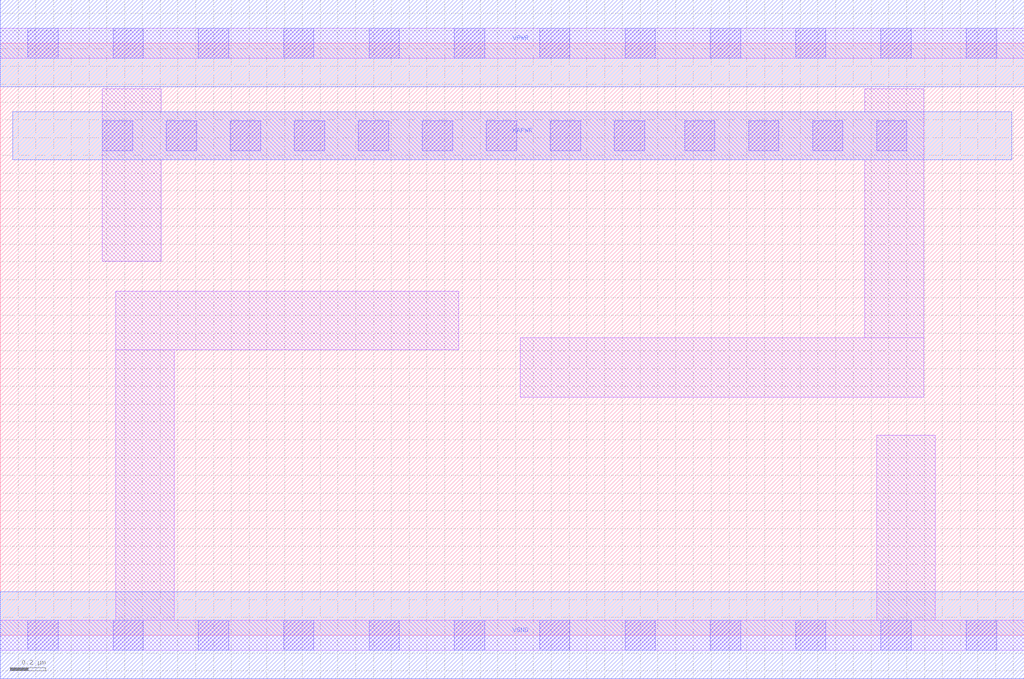
<source format=lef>
# Copyright 2020 The SkyWater PDK Authors
#
# Licensed under the Apache License, Version 2.0 (the "License");
# you may not use this file except in compliance with the License.
# You may obtain a copy of the License at
#
#     https://www.apache.org/licenses/LICENSE-2.0
#
# Unless required by applicable law or agreed to in writing, software
# distributed under the License is distributed on an "AS IS" BASIS,
# WITHOUT WARRANTIES OR CONDITIONS OF ANY KIND, either express or implied.
# See the License for the specific language governing permissions and
# limitations under the License.
#
# SPDX-License-Identifier: Apache-2.0

VERSION 5.5 ;
NAMESCASESENSITIVE ON ;
BUSBITCHARS "[]" ;
DIVIDERCHAR "/" ;
MACRO sky130_fd_sc_lp__decapkapwr_12
  CLASS CORE SPACER ;
  SOURCE USER ;
  ORIGIN  0.000000  0.000000 ;
  SIZE  5.760000 BY  3.330000 ;
  SYMMETRY X Y R90 ;
  SITE unit ;
  PIN KAPWR
    DIRECTION INOUT ;
    USE POWER ;
    PORT
      LAYER met1 ;
        RECT 0.070000 2.675000 5.690000 2.945000 ;
    END
  END KAPWR
  PIN VGND
    DIRECTION INOUT ;
    USE GROUND ;
    PORT
      LAYER met1 ;
        RECT 0.000000 -0.245000 5.760000 0.245000 ;
    END
  END VGND
  PIN VPWR
    DIRECTION INOUT ;
    USE POWER ;
    PORT
      LAYER met1 ;
        RECT 0.000000 3.085000 5.760000 3.575000 ;
    END
  END VPWR
  OBS
    LAYER li1 ;
      RECT 0.000000 -0.085000 5.760000 0.085000 ;
      RECT 0.000000  3.245000 5.760000 3.415000 ;
      RECT 0.575000  2.105000 0.905000 2.675000 ;
      RECT 0.575000  2.675000 5.195000 2.945000 ;
      RECT 0.575000  2.945000 0.905000 3.075000 ;
      RECT 0.650000  0.085000 0.980000 1.605000 ;
      RECT 0.650000  1.605000 2.580000 1.935000 ;
      RECT 2.925000  1.340000 5.195000 1.675000 ;
      RECT 4.865000  1.675000 5.195000 2.675000 ;
      RECT 4.865000  2.945000 5.195000 3.075000 ;
      RECT 4.930000  0.085000 5.260000 1.125000 ;
    LAYER mcon ;
      RECT 0.155000 -0.085000 0.325000 0.085000 ;
      RECT 0.155000  3.245000 0.325000 3.415000 ;
      RECT 0.575000  2.725000 0.745000 2.895000 ;
      RECT 0.635000 -0.085000 0.805000 0.085000 ;
      RECT 0.635000  3.245000 0.805000 3.415000 ;
      RECT 0.935000  2.725000 1.105000 2.895000 ;
      RECT 1.115000 -0.085000 1.285000 0.085000 ;
      RECT 1.115000  3.245000 1.285000 3.415000 ;
      RECT 1.295000  2.725000 1.465000 2.895000 ;
      RECT 1.595000 -0.085000 1.765000 0.085000 ;
      RECT 1.595000  3.245000 1.765000 3.415000 ;
      RECT 1.655000  2.725000 1.825000 2.895000 ;
      RECT 2.015000  2.725000 2.185000 2.895000 ;
      RECT 2.075000 -0.085000 2.245000 0.085000 ;
      RECT 2.075000  3.245000 2.245000 3.415000 ;
      RECT 2.375000  2.725000 2.545000 2.895000 ;
      RECT 2.555000 -0.085000 2.725000 0.085000 ;
      RECT 2.555000  3.245000 2.725000 3.415000 ;
      RECT 2.735000  2.725000 2.905000 2.895000 ;
      RECT 3.035000 -0.085000 3.205000 0.085000 ;
      RECT 3.035000  3.245000 3.205000 3.415000 ;
      RECT 3.095000  2.725000 3.265000 2.895000 ;
      RECT 3.455000  2.725000 3.625000 2.895000 ;
      RECT 3.515000 -0.085000 3.685000 0.085000 ;
      RECT 3.515000  3.245000 3.685000 3.415000 ;
      RECT 3.850000  2.725000 4.020000 2.895000 ;
      RECT 3.995000 -0.085000 4.165000 0.085000 ;
      RECT 3.995000  3.245000 4.165000 3.415000 ;
      RECT 4.210000  2.725000 4.380000 2.895000 ;
      RECT 4.475000 -0.085000 4.645000 0.085000 ;
      RECT 4.475000  3.245000 4.645000 3.415000 ;
      RECT 4.570000  2.725000 4.740000 2.895000 ;
      RECT 4.930000  2.725000 5.100000 2.895000 ;
      RECT 4.955000 -0.085000 5.125000 0.085000 ;
      RECT 4.955000  3.245000 5.125000 3.415000 ;
      RECT 5.435000 -0.085000 5.605000 0.085000 ;
      RECT 5.435000  3.245000 5.605000 3.415000 ;
  END
END sky130_fd_sc_lp__decapkapwr_12
END LIBRARY

</source>
